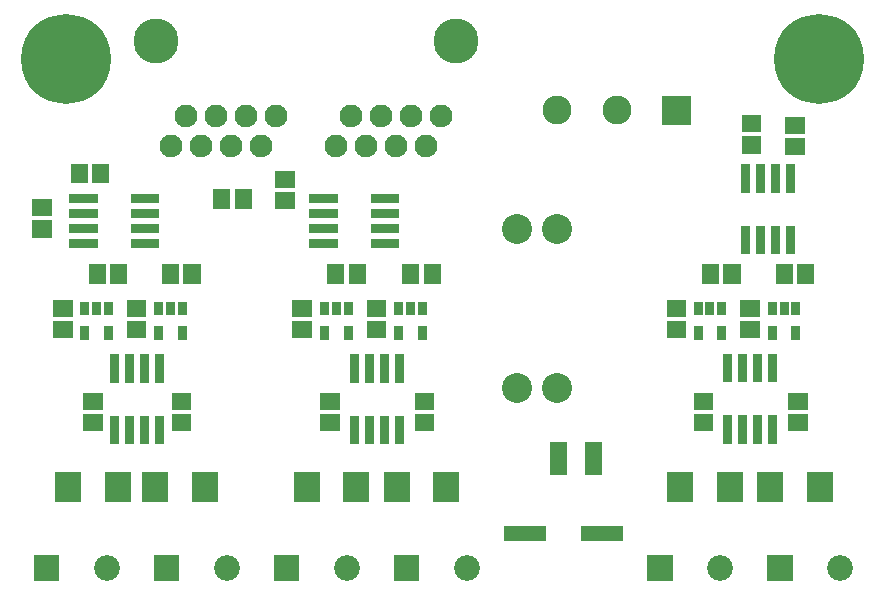
<source format=gbr>
G04 start of page 6 for group -4063 idx -4063 *
G04 Title: (unknown), componentmask *
G04 Creator: pcb 20110918 *
G04 CreationDate: Tue 11 Feb 2014 10:14:15 PM GMT UTC *
G04 For: ndholmes *
G04 Format: Gerber/RS-274X *
G04 PCB-Dimensions: 285500 200000 *
G04 PCB-Coordinate-Origin: lower left *
%MOIN*%
%FSLAX25Y25*%
%LNTOPMASK*%
%ADD70R,0.0490X0.0490*%
%ADD69R,0.0867X0.0867*%
%ADD68R,0.0300X0.0300*%
%ADD67R,0.0572X0.0572*%
%ADD66C,0.0960*%
%ADD65C,0.2997*%
%ADD64C,0.1500*%
%ADD63C,0.0760*%
%ADD62C,0.0001*%
%ADD61C,0.0860*%
%ADD60C,0.1000*%
G54D60*X167300Y126500D03*
X180700D03*
X167300Y73500D03*
X180700D03*
G54D61*X70500Y13500D03*
G54D62*G36*
X86200Y17800D02*Y9200D01*
X94800D01*
Y17800D01*
X86200D01*
G37*
G54D61*X110500Y13500D03*
G54D62*G36*
X126200Y17800D02*Y9200D01*
X134800D01*
Y17800D01*
X126200D01*
G37*
G36*
X6200D02*Y9200D01*
X14800D01*
Y17800D01*
X6200D01*
G37*
G54D61*X30500Y13500D03*
G54D62*G36*
X46200Y17800D02*Y9200D01*
X54800D01*
Y17800D01*
X46200D01*
G37*
G54D61*X150500Y13500D03*
G54D62*G36*
X250700Y17800D02*Y9200D01*
X259300D01*
Y17800D01*
X250700D01*
G37*
G54D61*X235000Y13500D03*
X275000D03*
G54D62*G36*
X210700Y17800D02*Y9200D01*
X219300D01*
Y17800D01*
X210700D01*
G37*
G54D63*X142000Y164000D03*
X137000Y154000D03*
X132000Y164000D03*
X127000Y154000D03*
X122000Y164000D03*
X117000Y154000D03*
X112000Y164000D03*
X87000D03*
X77000D03*
X67000D03*
X57000D03*
X107000Y154000D03*
X82000D03*
X72000D03*
X62000D03*
X52000D03*
G54D64*X147000Y189000D03*
X47000D03*
G54D65*X17000Y183000D03*
G54D62*G36*
X215700Y170800D02*Y161200D01*
X225300D01*
Y170800D01*
X215700D01*
G37*
G54D66*X200500Y166000D03*
X180500D03*
G54D65*X268000Y183000D03*
G54D67*X229107Y61957D02*X229893D01*
X136107Y69043D02*X136893D01*
X136107Y61957D02*X136893D01*
G54D68*X135750Y92600D02*Y91000D01*
X237500Y62900D02*Y56400D01*
G54D69*X238267Y41287D02*Y39713D01*
X221732Y41287D02*Y39713D01*
G54D70*X165450Y25000D02*X174450D01*
X190950D02*X200050D01*
G54D67*X181095Y52755D02*Y47245D01*
X192905Y52755D02*Y47245D01*
X244650Y92914D02*X245436D01*
X244650Y100000D02*X245436D01*
G54D68*X235500Y100800D02*Y99200D01*
X231600Y100800D02*Y99200D01*
X227700Y100800D02*Y99200D01*
X258500Y146500D02*Y140000D01*
Y126000D02*Y119500D01*
G54D67*X259607Y153957D02*X260393D01*
X259607Y161043D02*X260393D01*
G54D68*X253500Y146500D02*Y140000D01*
Y126000D02*Y119500D01*
X248500Y146500D02*Y140000D01*
Y126000D02*Y119500D01*
X243500Y146500D02*Y140000D01*
Y126000D02*Y119500D01*
G54D67*X245107Y154457D02*X245893D01*
X245107Y161543D02*X245893D01*
X220107Y92957D02*X220893D01*
X220107Y100043D02*X220893D01*
X229107Y69043D02*X229893D01*
G54D68*X227700Y92600D02*Y91000D01*
X235500Y92600D02*Y91000D01*
G54D67*X256457Y111893D02*Y111107D01*
X263543Y111893D02*Y111107D01*
X231914Y111893D02*Y111107D01*
X239000Y111893D02*Y111107D01*
X260607Y69086D02*X261393D01*
X260607Y62000D02*X261393D01*
G54D69*X268268Y41287D02*Y39713D01*
G54D68*X242500Y62900D02*Y56400D01*
X247500Y62900D02*Y56400D01*
X252500Y62900D02*Y56400D01*
G54D69*X251733Y41287D02*Y39713D01*
G54D68*X252500Y83400D02*Y76900D01*
X247500Y83400D02*Y76900D01*
X242500Y83400D02*Y76900D01*
X237500Y83400D02*Y76900D01*
X252500Y92600D02*Y91000D01*
X260300Y92600D02*Y91000D01*
Y100800D02*Y99200D01*
X256400Y100800D02*Y99200D01*
X252500Y100800D02*Y99200D01*
G54D67*X76043Y136893D02*Y136107D01*
X68957Y136893D02*Y136107D01*
X15607Y100086D02*X16393D01*
G54D68*X31100Y100800D02*Y99200D01*
X27200Y100800D02*Y99200D01*
X23300Y100800D02*Y99200D01*
G54D67*X27457Y111893D02*Y111107D01*
X34543Y111893D02*Y111107D01*
G54D68*X55750Y100800D02*Y99200D01*
X51850Y100800D02*Y99200D01*
X47950Y100800D02*Y99200D01*
G54D67*X51914Y111893D02*Y111107D01*
X59000Y111893D02*Y111107D01*
X8607Y126457D02*X9393D01*
X8607Y133543D02*X9393D01*
G54D68*X19500Y126500D02*X26000D01*
G54D67*X21414Y145393D02*Y144607D01*
X28500Y145393D02*Y144607D01*
G54D68*X19500Y136500D02*X26000D01*
X19500Y131500D02*X26000D01*
X19500Y121500D02*X26000D01*
X40000D02*X46500D01*
X40000Y126500D02*X46500D01*
X40000Y131500D02*X46500D01*
X40000Y136500D02*X46500D01*
G54D67*X106957Y111893D02*Y111107D01*
X114043Y111893D02*Y111107D01*
G54D68*X120000Y121500D02*X126500D01*
X120000Y126500D02*X126500D01*
X120000Y131500D02*X126500D01*
X120000Y136500D02*X126500D01*
X99500D02*X106000D01*
X99500Y131500D02*X106000D01*
X99500Y126500D02*X106000D01*
X99500Y121500D02*X106000D01*
G54D67*X89607Y135957D02*X90393D01*
X89607Y143043D02*X90393D01*
G54D69*X97232Y41287D02*Y39713D01*
X34267Y41287D02*Y39713D01*
G54D68*X33000Y62750D02*Y56250D01*
X38000Y62750D02*Y56250D01*
G54D69*X17732Y41287D02*Y39713D01*
X46733Y41287D02*Y39713D01*
X63268Y41287D02*Y39713D01*
G54D68*X48000Y83250D02*Y76750D01*
X43000Y83250D02*Y76750D01*
X38000Y83250D02*Y76750D01*
X33000Y83250D02*Y76750D01*
G54D67*X25607Y69043D02*X26393D01*
X25607Y61957D02*X26393D01*
G54D68*X43000Y62750D02*Y56250D01*
X48000Y62750D02*Y56250D01*
G54D67*X55107Y69043D02*X55893D01*
X55107Y61957D02*X55893D01*
X95193Y100000D02*X95979D01*
G54D68*X111000Y100800D02*Y99200D01*
X107100Y100800D02*Y99200D01*
X103200Y100800D02*Y99200D01*
G54D67*X131957Y111893D02*Y111107D01*
X139043Y111893D02*Y111107D01*
G54D68*X135750Y100800D02*Y99200D01*
X131850Y100800D02*Y99200D01*
X127950Y100800D02*Y99200D01*
G54D67*X95193Y92914D02*X95979D01*
X15607Y93000D02*X16393D01*
G54D68*X47950Y92600D02*Y91000D01*
X55750Y92600D02*Y91000D01*
X23300Y92600D02*Y91000D01*
X31100Y92600D02*Y91000D01*
G54D67*X40107Y92914D02*X40893D01*
X40107Y100000D02*X40893D01*
G54D69*X113767Y41287D02*Y39713D01*
X127233Y41287D02*Y39713D01*
X143768Y41287D02*Y39713D01*
G54D67*X104607Y69043D02*X105393D01*
X104607Y61957D02*X105393D01*
G54D68*X113000Y62750D02*Y56250D01*
X118000Y62750D02*Y56250D01*
X123000Y62750D02*Y56250D01*
X128000Y62750D02*Y56250D01*
X103200Y92600D02*Y91000D01*
X111000Y92600D02*Y91000D01*
G54D67*X120107Y93000D02*X120893D01*
X120107Y100086D02*X120893D01*
G54D68*X127950Y92600D02*Y91000D01*
X128000Y83250D02*Y76750D01*
X123000Y83250D02*Y76750D01*
X118000Y83250D02*Y76750D01*
X113000Y83250D02*Y76750D01*
M02*

</source>
